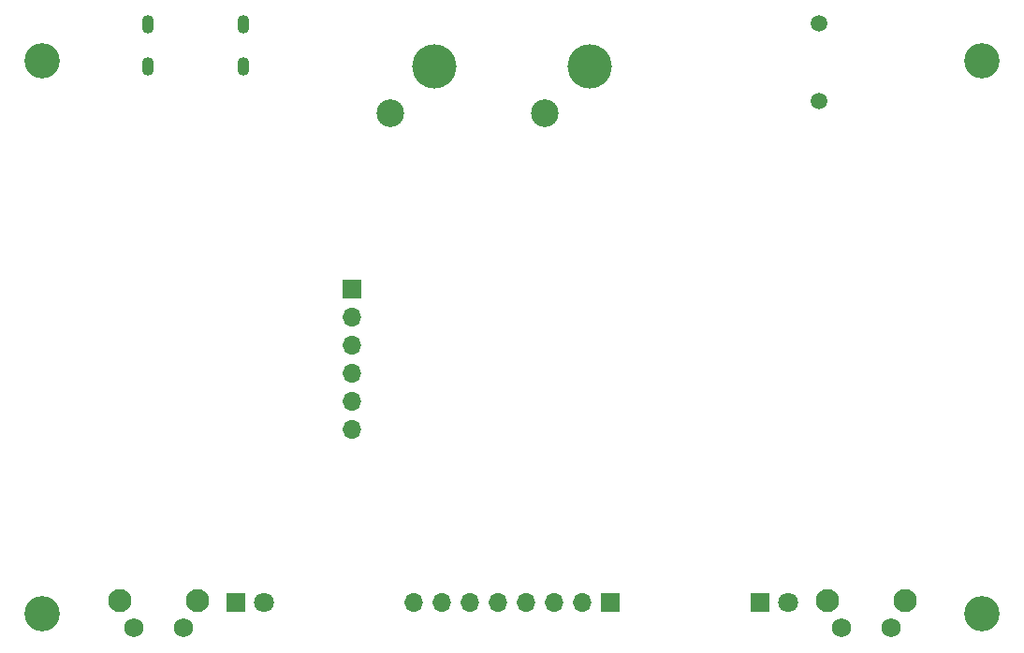
<source format=gbs>
G04 #@! TF.GenerationSoftware,KiCad,Pcbnew,7.0.0-da2b9df05c~163~ubuntu22.04.1*
G04 #@! TF.CreationDate,2023-02-20T23:21:24+01:00*
G04 #@! TF.ProjectId,Bluetooth_receiver,426c7565-746f-46f7-9468-5f7265636569,rev?*
G04 #@! TF.SameCoordinates,Original*
G04 #@! TF.FileFunction,Soldermask,Bot*
G04 #@! TF.FilePolarity,Negative*
%FSLAX46Y46*%
G04 Gerber Fmt 4.6, Leading zero omitted, Abs format (unit mm)*
G04 Created by KiCad (PCBNEW 7.0.0-da2b9df05c~163~ubuntu22.04.1) date 2023-02-20 23:21:24*
%MOMM*%
%LPD*%
G01*
G04 APERTURE LIST*
%ADD10O,1.100000X1.700000*%
%ADD11C,3.200000*%
%ADD12C,2.500000*%
%ADD13C,4.000000*%
%ADD14C,2.100000*%
%ADD15C,1.750000*%
%ADD16C,1.500000*%
%ADD17R,1.800000X1.800000*%
%ADD18C,1.800000*%
%ADD19R,1.700000X1.700000*%
%ADD20O,1.700000X1.700000*%
G04 APERTURE END LIST*
D10*
G04 #@! TO.C,J1*
X-24279999Y24499999D03*
X-24279999Y28299999D03*
X-32919999Y24499999D03*
X-32919999Y28299999D03*
G04 #@! TD*
D11*
G04 #@! TO.C,H3*
X42500000Y-25000000D03*
G04 #@! TD*
D12*
G04 #@! TO.C,J5*
X3000000Y20260000D03*
X-11000000Y20260000D03*
D13*
X-7000000Y24500000D03*
X7000000Y24500000D03*
G04 #@! TD*
D11*
G04 #@! TO.C,H1*
X-42500000Y25000000D03*
G04 #@! TD*
D14*
G04 #@! TO.C,SW1*
X35525000Y-23797500D03*
X28515000Y-23797500D03*
D15*
X34275000Y-26287500D03*
X29775000Y-26287500D03*
G04 #@! TD*
D11*
G04 #@! TO.C,H2*
X42500000Y25000000D03*
G04 #@! TD*
D16*
G04 #@! TO.C,J4*
X27800000Y28375000D03*
X27800000Y21375000D03*
G04 #@! TD*
D17*
G04 #@! TO.C,D1*
X-24999999Y-23999999D03*
D18*
X-22460000Y-24000000D03*
G04 #@! TD*
D19*
G04 #@! TO.C,J3*
X-14499999Y4349999D03*
D20*
X-14499999Y1809999D03*
X-14499999Y-729999D03*
X-14499999Y-3269999D03*
X-14499999Y-5809999D03*
X-14499999Y-8349999D03*
G04 #@! TD*
D17*
G04 #@! TO.C,D2*
X22459999Y-23999999D03*
D18*
X25000000Y-24000000D03*
G04 #@! TD*
D11*
G04 #@! TO.C,H4*
X-42500000Y-25000000D03*
G04 #@! TD*
D14*
G04 #@! TO.C,SW2*
X-28475000Y-23797500D03*
X-35485000Y-23797500D03*
D15*
X-29725000Y-26287500D03*
X-34225000Y-26287500D03*
G04 #@! TD*
D19*
G04 #@! TO.C,J2*
X8874999Y-23999999D03*
D20*
X6334999Y-23999999D03*
X3794999Y-23999999D03*
X1254999Y-23999999D03*
X-1284999Y-23999999D03*
X-3824999Y-23999999D03*
X-6364999Y-23999999D03*
X-8904999Y-23999999D03*
G04 #@! TD*
M02*

</source>
